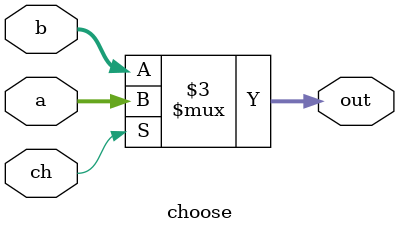
<source format=v>
module choose(ch,a,b,out);
input ch;
input [7:0]a,b;
output reg [7:0]out;
always@(a,b)
if(ch)
out<=a;
else
out<=b;
endmodule

</source>
